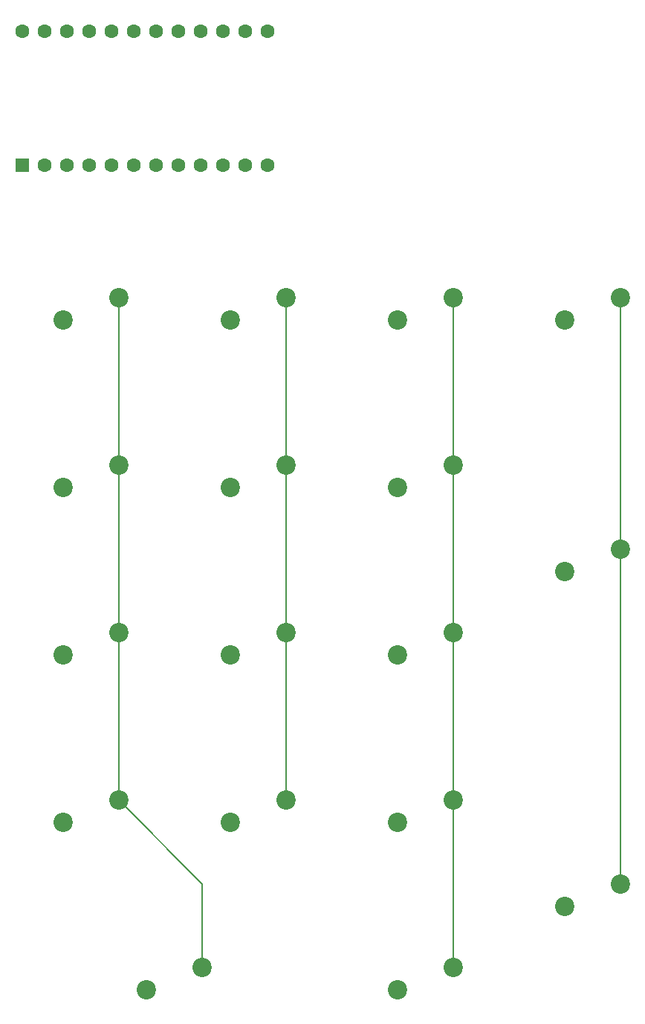
<source format=gbl>
G04 #@! TF.GenerationSoftware,KiCad,Pcbnew,(5.1.4)-1*
G04 #@! TF.CreationDate,2021-10-14T17:59:47+07:00*
G04 #@! TF.ProjectId,Keypad_pcb,4b657970-6164-45f7-9063-622e6b696361,rev?*
G04 #@! TF.SameCoordinates,Original*
G04 #@! TF.FileFunction,Copper,L2,Bot*
G04 #@! TF.FilePolarity,Positive*
%FSLAX46Y46*%
G04 Gerber Fmt 4.6, Leading zero omitted, Abs format (unit mm)*
G04 Created by KiCad (PCBNEW (5.1.4)-1) date 2021-10-14 17:59:47*
%MOMM*%
%LPD*%
G04 APERTURE LIST*
%ADD10C,2.200000*%
%ADD11C,1.600000*%
%ADD12R,1.600000X1.600000*%
%ADD13C,0.400000*%
%ADD14C,0.200000*%
G04 APERTURE END LIST*
D10*
X45243750Y-110331250D03*
X38893750Y-112871250D03*
D11*
X34290000Y-60960000D03*
X36830000Y-60960000D03*
X39370000Y-60960000D03*
X41910000Y-60960000D03*
X44450000Y-60960000D03*
X46990000Y-60960000D03*
X49530000Y-60960000D03*
X52070000Y-60960000D03*
X54610000Y-60960000D03*
X57150000Y-60960000D03*
X59690000Y-60960000D03*
X62230000Y-60960000D03*
X62230000Y-76200000D03*
X59690000Y-76200000D03*
X57150000Y-76200000D03*
X54610000Y-76200000D03*
X52070000Y-76200000D03*
X49530000Y-76200000D03*
X46990000Y-76200000D03*
X44450000Y-76200000D03*
X41910000Y-76200000D03*
X39370000Y-76200000D03*
X36830000Y-76200000D03*
D12*
X34290000Y-76200000D03*
D10*
X76993750Y-170021250D03*
X83343750Y-167481250D03*
X48418750Y-170021250D03*
X54768750Y-167481250D03*
X96043750Y-160496250D03*
X102393750Y-157956250D03*
X96043750Y-122396250D03*
X102393750Y-119856250D03*
X45243750Y-91281250D03*
X38893750Y-93821250D03*
X57943750Y-93821250D03*
X64293750Y-91281250D03*
X83343750Y-91281250D03*
X76993750Y-93821250D03*
X96043750Y-93821250D03*
X102393750Y-91281250D03*
X57943750Y-112871250D03*
X64293750Y-110331250D03*
X83343750Y-110331250D03*
X76993750Y-112871250D03*
X38893750Y-131921250D03*
X45243750Y-129381250D03*
X64293750Y-129381250D03*
X57943750Y-131921250D03*
X76993750Y-131921250D03*
X83343750Y-129381250D03*
X45243750Y-148431250D03*
X38893750Y-150971250D03*
X57943750Y-150971250D03*
X64293750Y-148431250D03*
X83343750Y-148431250D03*
X76993750Y-150971250D03*
D13*
X45243750Y-91281250D03*
D14*
X64293750Y-91281250D02*
X64293750Y-110331250D01*
X64293750Y-110331250D02*
X64293750Y-129381250D01*
X64293750Y-129381250D02*
X64293750Y-148431250D01*
X83343750Y-91281250D02*
X83343750Y-110331250D01*
X83343750Y-110331250D02*
X83343750Y-129381250D01*
X83343750Y-129381250D02*
X83343750Y-148431250D01*
X83343750Y-148431250D02*
X83343750Y-167481250D01*
X102393750Y-91281250D02*
X102393750Y-119856250D01*
X102393750Y-119856250D02*
X102393750Y-157956250D01*
X45243750Y-91281250D02*
X45243750Y-110331250D01*
X45243750Y-110331250D02*
X45243750Y-129381250D01*
X45243750Y-129381250D02*
X45243750Y-148431250D01*
X54768750Y-157956250D02*
X54768750Y-167481250D01*
X45243750Y-148431250D02*
X54768750Y-157956250D01*
M02*

</source>
